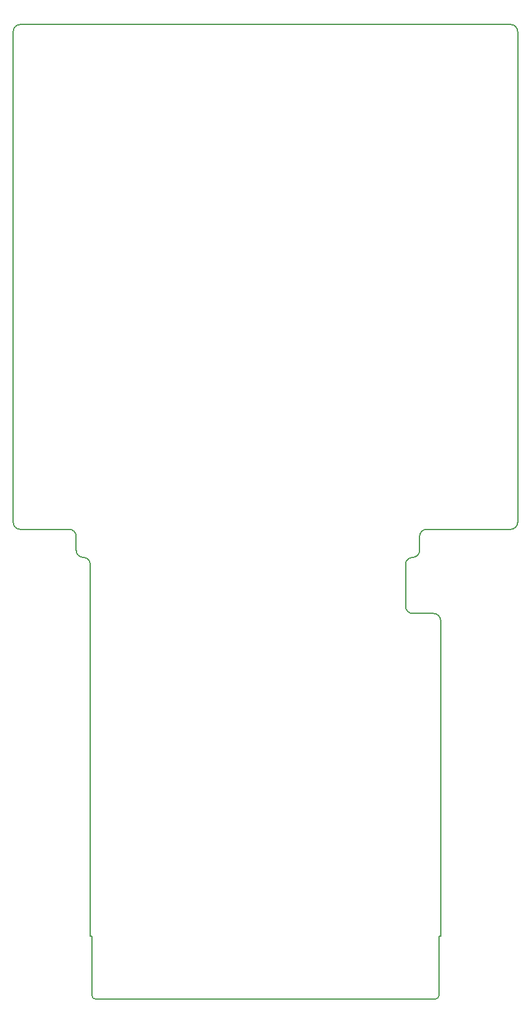
<source format=gbr>
G04 #@! TF.GenerationSoftware,KiCad,Pcbnew,(5.1.7)-1*
G04 #@! TF.CreationDate,2022-08-23T14:15:26-03:00*
G04 #@! TF.ProjectId,Squareboi2,53717561-7265-4626-9f69-322e6b696361,1*
G04 #@! TF.SameCoordinates,Original*
G04 #@! TF.FileFunction,Profile,NP*
%FSLAX46Y46*%
G04 Gerber Fmt 4.6, Leading zero omitted, Abs format (unit mm)*
G04 Created by KiCad (PCBNEW (5.1.7)-1) date 2022-08-23 14:15:26*
%MOMM*%
%LPD*%
G01*
G04 APERTURE LIST*
G04 #@! TA.AperFunction,Profile*
%ADD10C,0.150000*%
G04 #@! TD*
G04 APERTURE END LIST*
D10*
X28000000Y-93000000D02*
X28000000Y-95000000D01*
X27000000Y-92000000D02*
G75*
G02*
X28000000Y-93000000I0J-1000000D01*
G01*
X77000000Y-93000000D02*
G75*
G02*
X78000000Y-92000000I1000000J0D01*
G01*
X77000000Y-95000000D02*
X77000000Y-93000000D01*
X29000000Y-96000000D02*
G75*
G02*
X28000000Y-95000000I0J1000000D01*
G01*
X77000000Y-95000000D02*
G75*
G02*
X76000000Y-96000000I-1000000J0D01*
G01*
X20000000Y-92000000D02*
G75*
G02*
X19000000Y-91000000I0J1000000D01*
G01*
X27000000Y-92000000D02*
X20000000Y-92000000D01*
X19000000Y-91000000D02*
X19000000Y-21000000D01*
X90000000Y-92000000D02*
X79000000Y-92000000D01*
X29000000Y-96000000D02*
G75*
G02*
X30000000Y-97000000I0J-1000000D01*
G01*
X90000000Y-20000000D02*
X20000000Y-20000000D01*
X90000000Y-20000000D02*
G75*
G02*
X91000000Y-21000000I0J-1000000D01*
G01*
X91000000Y-91000000D02*
X91000000Y-21000000D01*
X19000000Y-21000000D02*
G75*
G02*
X20000000Y-20000000I1000000J0D01*
G01*
X91000000Y-91000000D02*
G75*
G02*
X90000000Y-92000000I-1000000J0D01*
G01*
X78000000Y-92000000D02*
X79000000Y-92000000D01*
X75000000Y-97000000D02*
G75*
G02*
X76000000Y-96000000I1000000J0D01*
G01*
X75000000Y-103000000D02*
X75000000Y-97000000D01*
X76000000Y-104000000D02*
G75*
G02*
X75000000Y-103000000I0J1000000D01*
G01*
X79000000Y-104000000D02*
G75*
G02*
X80000000Y-105000000I0J-1000000D01*
G01*
X76000000Y-104000000D02*
X79000000Y-104000000D01*
X79750000Y-150000000D02*
X80000000Y-150000000D01*
X30250000Y-150000000D02*
X30000000Y-150000000D01*
X79750000Y-158500000D02*
G75*
G02*
X79250000Y-159000000I-500000J0D01*
G01*
X30750000Y-159000000D02*
G75*
G02*
X30250000Y-158500000I0J500000D01*
G01*
X30250000Y-150000000D02*
X30250000Y-158500000D01*
X79750000Y-150000000D02*
X79750000Y-158500000D01*
X30000000Y-150000000D02*
X30000000Y-97000000D01*
X80000000Y-150000000D02*
X80000000Y-105000000D01*
X30750000Y-159000000D02*
X79250000Y-159000000D01*
M02*

</source>
